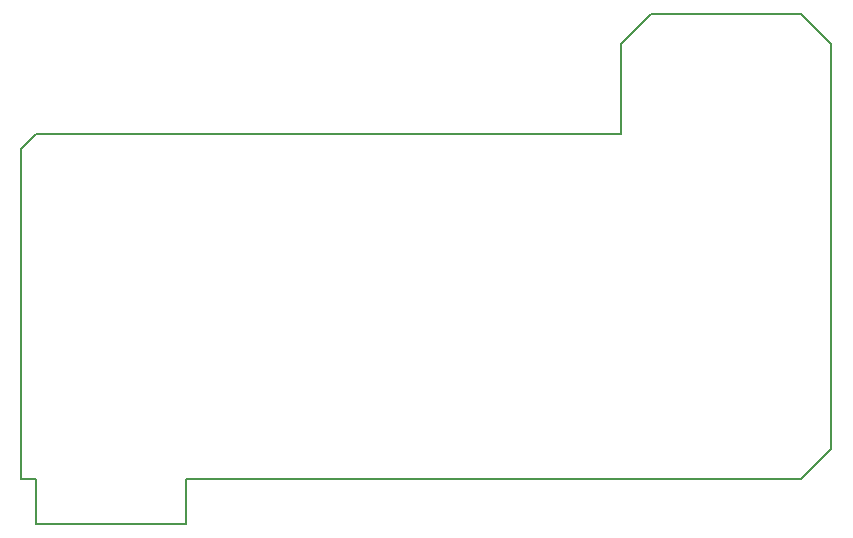
<source format=gbr>
G04 #@! TF.GenerationSoftware,KiCad,Pcbnew,(6.0.7-1)-1*
G04 #@! TF.CreationDate,2022-11-28T10:58:20-05:00*
G04 #@! TF.ProjectId,ebike_LED,6562696b-655f-44c4-9544-2e6b69636164,rev?*
G04 #@! TF.SameCoordinates,Original*
G04 #@! TF.FileFunction,Profile,NP*
%FSLAX46Y46*%
G04 Gerber Fmt 4.6, Leading zero omitted, Abs format (unit mm)*
G04 Created by KiCad (PCBNEW (6.0.7-1)-1) date 2022-11-28 10:58:20*
%MOMM*%
%LPD*%
G01*
G04 APERTURE LIST*
G04 #@! TA.AperFunction,Profile*
%ADD10C,0.200000*%
G04 #@! TD*
G04 APERTURE END LIST*
D10*
X116840000Y-27940000D02*
X116840000Y-62230000D01*
X114300000Y-64770000D01*
X62230000Y-64770000D01*
X62230000Y-68580000D01*
X49530000Y-68580000D01*
X49530000Y-64770000D01*
X48260000Y-64770000D01*
X48260000Y-36830000D01*
X49530000Y-35560000D01*
X99060000Y-35560000D01*
X99060000Y-27940000D01*
X101600000Y-25400000D01*
X114300000Y-25400000D01*
X116840000Y-27940000D01*
M02*

</source>
